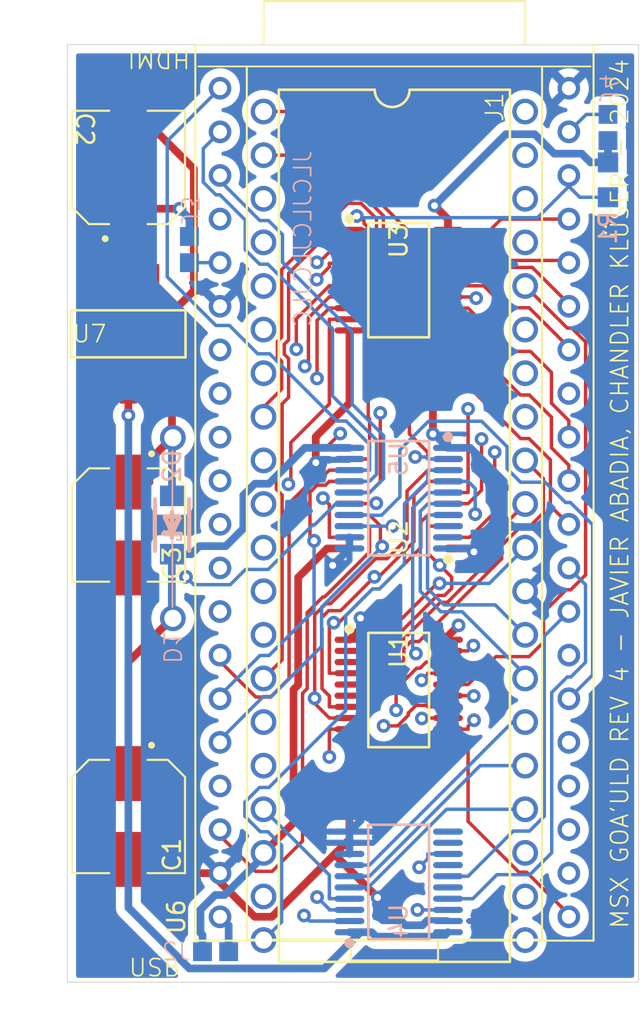
<source format=kicad_pcb>
(kicad_pcb (version 20240108) (generator "pcbnew") (generator_version "8.0")
  (title_block (date "2024-06-12"))
  (layers (0 "F.Cu" signal "Top") (1 "In1.Cu" signal) (2 "In2.Cu" signal) (31 "B.Cu" signal "Bottom") (34 "B.Paste" user) (35 "F.Paste" user) (36 "B.SilkS" user "B.Silkscreen") (37 "F.SilkS" user "F.Silkscreen") (38 "B.Mask" user) (39 "F.Mask" user) (44 "Edge.Cuts" user))
  (net 0 "")
  (net 1 "VCC_3V3")
  (net 2 "GND")
  (net 3 "VCC")
  (net 4 "VCC_4V7")
  (net 5 "M1")
  (net 6 "A5")
  (net 7 "D1")
  (net 8 "A15")
  (net 9 "D0")
  (net 10 "A13")
  (net 11 "D7")
  (net 12 "RESET")
  (net 13 "WR")
  (net 14 "D2")
  (net 15 "A2")
  (net 16 "RFSH")
  (net 17 "A3")
  (net 18 "A14")
  (net 19 "A7")
  (net 20 "WAIT")
  (net 21 "MERQ")
  (net 22 "D6")
  (net 23 "A12")
  (net 24 "A4")
  (net 25 "NMI")
  (net 26 "A6")
  (net 27 "A11")
  (net 28 "D4")
  (net 29 "D3")
  (net 30 "A10")
  (net 31 "INT")
  (net 32 "D5")
  (net 33 "IORQ")
  (net 34 "A0")
  (net 35 "BUSRQ")
  (net 36 "CLOCK")
  (net 37 "A9")
  (net 38 "A1")
  (net 39 "A8")
  (net 40 "RD")
  (net 42 "M1_33")
  (net 43 "RD_33")
  (net 44 "IORQ_33")
  (net 45 "MERQ_33")
  (net 46 "RFSH_33")
  (net 47 "WR_33")
  (net 50 "WAIT_33")
  (net 51 "CLOCK_33")
  (net 53 "RESET_33")
  (net 55 "INT_33")
  (net 57 "MP0_33")
  (net 58 "MP7_33")
  (net 59 "MP4_33")
  (net 60 "MSEL0_33")
  (net 61 "MP3_33")
  (net 62 "MP5_33")
  (net 63 "MP1_33")
  (net 64 "MP2_33")
  (net 65 "MP6_33")
  (net 66 "MSEL1_33")
  (net 67 "D3_33")
  (net 68 "D4_33")
  (net 69 "D6_33")
  (net 70 "D1_33")
  (net 71 "D5_33")
  (net 72 "D0_33")
  (net 73 "DATADIR_33")
  (net 74 "D7_33")
  (net 75 "D2_33")
  (net 76 "Net-(J4-Pad2)")
  (net 77 "Net-(J3-Pad1)")
  (net 78 "Net-(U6-5V)")
  (footprint "goauld-rev3:SMD_CAP_10V" (layer "F.Cu") (at 152.4 80.558 90)
    (property "Reference" "C2")
    (property "Value" "22u")
  )
  (footprint "goauld-rev3:AMS1117_3V3" (layer "F.Cu") (at 152.4 90.25 -90)
    (property "Reference" "U7")
    (property "Value" "AMS1117-3.3_C347222")
  )
  (footprint "goauld-rev3:TN20K" (layer "F.Cu") (at 178.059 124.206 180)
    (property "Reference" "U6")
    (property "Value" "Tang_Nano_20k")
  )
  (footprint "goauld-rev3:TSSOP-20" (layer "F.Cu") (at 168.148 110.998 -90)
    (property "Reference" "U1")
    (property "Value" "74AHCT373")
  )
  (footprint "goauld-rev3:TSSOP-20" (layer "F.Cu") (at 168.148 99.822 90)
    (property "Reference" "U2")
    (property "Value" "74AHCT373")
  )
  (footprint "goauld-rev3:SMD_CAP_10V" (layer "F.Cu") (at 152.4 118.364 -90)
    (property "Reference" "C1")
    (property "Value" "100u")
  )
  (footprint "goauld-rev3:SMD_CAP_10V" (layer "F.Cu") (at 152.4 101.386 -90)
    (property "Reference" "C3")
    (property "Value" "22u")
  )
  (footprint "goauld-rev3:Z80" (layer "F.Cu") (at 167.894 76.0329)
    (property "Reference" "J1")
    (property "Value" "Z80CPU")
  )
  (footprint "goauld-rev3:TSSOP-20" (layer "F.Cu") (at 168.148 87.122 -90)
    (property "Reference" "U3")
    (property "Value" "SN74LVC245AN")
  )
  (footprint "goauld-rev3:SCHOTKKY_THT" (layer "B.Cu") (at 154.9654 101.64 90)
    (property "Reference" "D1")
    (property "Value" "1N5817" (hide yes))
  )
  (footprint "goauld-rev3:schottky" (layer "B.Cu") (at 154.94 101.386 90)
    (property "Reference" "D2")
    (property "Value" "~")
  )
  (footprint "goauld-rev3:JUMPER" (layer "B.Cu") (at 155.956 85.344 90)
    (property "Reference" "J3")
    (property "Value" "~" (hide yes))
  )
  (footprint "goauld-rev3:TSSOP-20" (layer "B.Cu") (at 168.148 99.822 -90)
    (property "Reference" "U5")
    (property "Value" "SN74LVC245AN")
  )
  (footprint "goauld-rev3:TSSOP-20" (layer "B.Cu") (at 168.148 122.174 90)
    (property "Reference" "U4")
    (property "Value" "SN74LVC245AN")
  )
  (footprint "goauld-rev3:JUMPER" (layer "B.Cu") (at 157.48 126.238 180)
    (property "Reference" "J2")
    (property "Value" "~" (hide yes))
  )
  (footprint "goauld-rev3:JUMPER" (layer "B.Cu") (at 180.34 78.232 90)
    (property "Reference" "J4")
    (property "Value" "~" (hide yes))
  )
  (footprint "goauld-rev3:SMD_RES_2" (layer "B.Cu") (at 180.34 81.28 -90)
    (property "Reference" "R1")
    (property "Value" "10k")
  )
  (gr_rect (start 148.844 73.406) (end 182.118 128.016) (stroke (width 0.05)) (fill none) (layer "Edge.Cuts"))
  (gr_text "JLCJLCJLCJLC" (at 162.56 79.502 90) (layer "B.SilkS") (effects (font (size 1 1) (thickness 0.1)) (justify left mirror)))
  (gr_text "USB" (at 153.924 127.762 0) (layer "F.SilkS") (effects (font (size 1 1) (thickness 0.1)) (justify bottom)))
  (gr_text "HDMI" (at 154.178 73.66 180) (layer "F.SilkS") (effects (font (size 1 1) (thickness 0.1)) (justify bottom)))
  (gr_text "MSX GOA'ULD REV 4 - JAVIER ABADIA, CHANDLER KLÜSER - 2024" (at 181.61 124.968 90) (layer "F.SilkS") (effects (font (size 1 1) (thickness 0.1)) (justify left bottom)))
  (segment (start 152.4 83.058) (end 153.6267 83.058) (width 0.45) (layer "F.Cu") (net 1))
  (segment (start 153.6267 83.058) (end 153.7201 82.9646) (width 0.45) (layer "F.Cu") (net 1))
  (segment (start 152.4 95.0019) (end 152.4 93.08) (width 0.45) (layer "F.Cu") (net 1))
  (segment (start 153.7201 82.9646) (end 155.3864 82.9646) (width 0.45) (layer "F.Cu") (net 1))
  (segment (start 171.018 84.192) (end 171.018 83.5656) (width 0.45) (layer "F.Cu") (net 1))
  (segment (start 171.018 83.5656) (end 170.2337 82.7813) (width 0.45) (layer "F.Cu") (net 1))
  (via (at 170.2337 82.7813) (size 0.8) (drill 0.4) (layers "F.Cu" "B.Cu") (net 1))
  (via (at 155.3864 82.9646) (size 0.8) (drill 0.4) (layers "F.Cu" "B.Cu") (net 1))
  (via (at 152.4 95.0019) (size 0.8) (drill 0.4) (layers "F.Cu" "B.Cu") (net 1))
  (segment (start 179.8287 80.264) (end 180.122 79.9707) (width 0.45) (layer "B.Cu") (net 1))
  (segment (start 163.8157 127.2147) (end 155.9497 127.2147) (width 0.45) (layer "B.Cu") (net 1))
  (segment (start 165.9264 125.104) (end 166.5747 125.104) (width 0.45) (layer "B.Cu") (net 1))
  (segment (start 178.8093 79.756) (end 179.3173 80.264) (width 0.45) (layer "B.Cu") (net 1))
  (segment (start 155.9497 127.2147) (end 152.4 123.665) (width 0.45) (layer "B.Cu") (net 1))
  (segment (start 155.956 83.5342) (end 155.3864 82.9646) (width 0.45) (layer "B.Cu") (net 1))
  (segment (start 179.8287 80.264) (end 179.3173 80.264) (width 0.45) (layer "B.Cu") (net 1))
  (segment (start 165.278 125.104) (end 165.9264 125.104) (width 0.45) (layer "B.Cu") (net 1))
  (segment (start 174.3913 78.6237) (end 176.0756 78.6237) (width 0.45) (layer "B.Cu") (net 1))
  (segment (start 176.0756 78.6237) (end 177.2079 79.756) (width 0.45) (layer "B.Cu") (net 1))
  (segment (start 180.34 80.264) (end 179.8287 80.264) (width 0.45) (layer "B.Cu") (net 1))
  (segment (start 170.2337 82.7813) (end 174.3913 78.6237) (width 0.45) (layer "B.Cu") (net 1))
  (segment (start 155.956 84.582) (end 155.956 83.5342) (width 0.45) (layer "B.Cu") (net 1))
  (segment (start 152.4 123.665) (end 152.4 95.0019) (width 0.45) (layer "B.Cu") (net 1))
  (segment (start 166.5747 125.104) (end 166.8316 125.3609) (width 0.45) (layer "B.Cu") (net 1))
  (segment (start 170.7611 125.3609) (end 171.018 125.104) (width 0.45) (layer "B.Cu") (net 1))
  (segment (start 180.34 78.994) (end 180.34 79.9707) (width 0.45) (layer "B.Cu") (net 1))
  (segment (start 165.9264 125.104) (end 163.8157 127.2147) (width 0.45) (layer "B.Cu") (net 1))
  (segment (start 177.2079 79.756) (end 178.8093 79.756) (width 0.45) (layer "B.Cu") (net 1))
  (segment (start 180.122 79.9707) (end 180.34 79.9707) (width 0.45) (layer "B.Cu") (net 1))
  (segment (start 166.8316 125.3609) (end 170.7611 125.3609) (width 0.45) (layer "B.Cu") (net 1))
  (segment (start 157.739 121.666) (end 154.4287 121.666) (width 0.45) (layer "F.Cu") (net 2))
  (segment (start 156.2131 87.7381) (end 156.8311 87.7381) (width 0.45) (layer "F.Cu") (net 2))
  (segment (start 171.018 102.752) (end 172.3147 102.752) (width 0.45) (layer "F.Cu") (net 2))
  (segment (start 169.5492 85.1627) (end 169.8251 84.8868) (width 0.45) (layer "F.Cu") (net 2))
  (segment (start 151.1748 103.886) (end 151.1733 103.8875) (width 0.45) (layer "F.Cu") (net 2))
  (segment (start 169.5492 85.8748) (end 169.5492 85.1627) (width 0.45) (layer "F.Cu") (net 2))
  (segment (start 150.1 91.4183) (end 152.5329 91.4183) (width 0.45) (layer "F.Cu") (net 2))
  (segment (start 170.1409 96.0834) (end 170.1409 90.973) (width 0.45) (layer "F.Cu") (net 2))
  (segment (start 170.1409 90.973) (end 169.7228 90.5549) (width 0.45) (layer "F.Cu") (net 2))
  (segment (start 154.4287 121.666) (end 153.6267 120.864) (width 0.45) (layer "F.Cu") (net 2))
  (segment (start 151.1733 103.8875) (end 151.1733 120.864) (width 0.45) (layer "F.Cu") (net 2))
  (segment (start 163.3179 96.2392) (end 165.278 94.2791) (width 0.45) (layer "F.Cu") (net 2))
  (segment (start 169.8251 84.8868) (end 170.9732 84.8868) (width 0.3598) (layer "F.Cu") (net 2))
  (segment (start 165.278 119.6959) (end 165.278 113.928) (width 0.45) (layer "F.Cu") (net 2))
  (segment (start 165.278 94.2791) (end 165.278 90.052) (width 0.45) (layer "F.Cu") (net 2))
  (segment (start 171.018 96.892) (end 170.2094 96.0834) (width 0.45) (layer "F.Cu") (net 2))
  (segment (start 157.739 121.666) (end 157.739 122.1862) (width 0.45) (layer "F.Cu") (net 2))
  (segment (start 157.739 122.1862) (end 159.7577 124.2049) (width 0.45) (layer "F.Cu") (net 2))
  (segment (start 160.769 124.2049) (end 164.4047 120.5692) (width 0.45) (layer "F.Cu") (net 2))
  (segment (start 172.3147 102.752) (end 172.5132 102.9505) (width 0.45) (layer "F.Cu") (net 2))
  (segment (start 151.1748 103.886) (end 151.1733 103.886) (width 0.45) (layer "F.Cu") (net 2))
  (segment (start 156.8311 87.7381) (end 157.739 88.646) (width 0.45) (layer "F.Cu") (net 2))
  (segment (start 152.4 103.886) (end 151.3367 103.886) (width 0.45) (layer "F.Cu") (net 2))
  (segment (start 165.278 108.068) (end 165.9208 107.4252) (width 0.45) (layer "F.Cu") (net 2))
  (segment (start 152.4 78.058) (end 153.6267 78.058) (width 0.45) (layer "F.Cu") (net 2))
  (segment (start 172.5132 102.9505) (end 172.5291 102.9505) (width 0.45) (layer "F.Cu") (net 2))
  (segment (start 150.1 93.08) (end 150.1 91.4183) (width 0.45) (layer "F.Cu") (net 2))
  (segment (start 150.1 93.08) (end 150.1 94.7417) (width 0.45) (layer "F.Cu") (net 2))
  (segment (start 170.9732 84.8868) (end 171.018 84.842) (width 0.3598) (layer "F.Cu") (net 2))
  (segment (start 163.3179 97.7564) (end 163.3179 96.2392) (width 0.45) (layer "F.Cu") (net 2))
  (segment (start 151.3367 103.886) (end 151.1748 103.886) (width 0.45) (layer "F.Cu") (net 2))
  (segment (start 164.4047 120.5692) (end 165.278 119.6959) (width 0.45) (layer "F.Cu") (net 2))
  (segment (start 169.7228 86.0484) (end 169.5492 85.8748) (width 0.3598) (layer "F.Cu") (net 2))
  (segment (start 169.7228 90.5549) (end 169.7228 86.0484) (width 0.3598) (layer "F.Cu") (net 2))
  (segment (start 159.7577 124.2049) (end 160.769 124.2049) (width 0.45) (layer "F.Cu") (net 2))
  (segment (start 151.1733 103.886) (end 151.1733 95.815) (width 0.45) (layer "F.Cu") (net 2))
  (segment (start 156.2131 87.7381) (end 156.2131 80.6444) (width 0.45) (layer "F.Cu") (net 2))
  (segment (start 151.1733 95.815) (end 150.1 94.7417) (width 0.45) (layer "F.Cu") (net 2))
  (segment (start 164.4047 120.5692) (end 166.9163 123.0808) (width 0.45) (layer "F.Cu") (net 2))
  (segment (start 170.2094 96.0834) (end 170.1409 96.0834) (width 0.45) (layer "F.Cu") (net 2))
  (segment (start 152.5329 91.4183) (end 156.2131 87.7381) (width 0.45) (layer "F.Cu") (net 2))
  (segment (start 152.4 120.864) (end 151.1733 120.864) (width 0.45) (layer "F.Cu") (net 2))
  (segment (start 165.9208 107.4252) (end 165.9208 106.8079) (width 0.45) (layer "F.Cu") (net 2))
  (segment (start 152.4 120.864) (end 153.6267 120.864) (width 0.45) (layer "F.Cu") (net 2))
  (segment (start 156.2131 80.6444) (end 153.6267 78.058) (width 0.45) (layer "F.Cu") (net 2))
  (via (at 172.5291 102.9505) (size 0.8) (drill 0.4) (layers "F.Cu" "B.Cu") (net 2))
  (via (at 165.9208 106.8079) (size 0.8) (drill 0.4) (layers "F.Cu" "B.Cu") (net 2))
  (via (at 170.1409 96.0834) (size 0.8) (drill 0.4) (layers "F.Cu" "B.Cu") (net 2))
  (via (at 163.3179 97.7564) (size 0.8) (drill 0.4) (layers "F.Cu" "B.Cu") (net 2))
  (via (at 164.3015 103.7381) (size 0.8) (drill 0.4) (layers "F.Cu" "B.Cu") (net 2))
  (via (at 166.9163 123.0808) (size 0.8) (drill 0.4) (layers "F.Cu" "B.Cu") (net 2))
  (segment (start 169.8251 124.4092) (end 170.9732 124.4092) (width 0.3598) (layer "B.Cu") (net 2))
  (segment (start 165.278 119.244) (end 165.278 119.894) (width 0.45) (layer "B.Cu") (net 2))
  (segment (start 165.278 102.102) (end 165.278 102.752) (width 0.45) (layer "B.Cu") (net 2))
  (segment (start 171.018 96.892) (end 172.3147 96.892) (width 0.45) (layer "B.Cu") (net 2))
  (segment (start 174.273 98.8503) (end 174.273 101.5) (width 0.45) (layer "B.Cu") (net 2))
  (segment (start 168.534 124.6985) (end 169.5358 124.6985) (width 0.45) (layer "B.Cu") (net 2))
  (segment (start 176.0489 101.5) (end 174.273 101.5) (width 0.45) (layer "B.Cu") (net 2))
  (segment (start 164.0851 97.5868) (end 165.2332 97.5868) (width 0.3598) (layer "B.Cu") (net 2))
  (segment (start 171.018 102.752) (end 171.6438 102.752) (width 0.3598) (layer "B.Cu") (net 2))
  (segment (start 170.9732 124.4092) (end 171.018 124.454) (width 0.3598) (layer "B.Cu") (net 2))
  (segment (start 176.7263 104.0306) (end 176.7263 102.1774) (width 0.45) (layer "B.Cu") (net 2))
  (segment (start 165.278 119.894) (end 165.278 120.544) (width 0.45) (layer "B.Cu") (net 2))
  (segment (start 175.514 105.2429) (end 176.7263 104.0306) (width 0.45) (layer "B.Cu") (net 2))
  (segment (start 170.2094 96.0834) (end 170.1409 96.0834) (width 0.45) (layer "B.Cu") (net 2))
  (segment (start 165.9208 118.6012) (end 165.9208 106.8079) (width 0.45) (layer "B.Cu") (net 2))
  (segment (start 172.3147 96.892) (end 174.273 98.8503) (width 0.45) (layer "B.Cu") (net 2))
  (segment (start 166.9163 123.0808) (end 168.534 124.6985) (width 0.45) (layer "B.Cu") (net 2))
  (segment (start 172.3306 102.752) (end 172.5291 102.9505) (width 0.45) (layer "B.Cu") (net 2))
  (segment (start 163.3179 97.7564) (end 163.4875 97.5868) (width 0.45) (layer "B.Cu") (net 2))
  (segment (start 165.278 102.752) (end 165.278 102.7616) (width 0.45) (layer "B.Cu") (net 2))
  (segment (start 165.278 102.7616) (end 164.3015 103.7381) (width 0.45) (layer "B.Cu") (net 2))
  (segment (start 171.6438 102.752) (end 172.3306 102.752) (width 0.45) (layer "B.Cu") (net 2))
  (segment (start 169.5358 124.6985) (end 169.8251 124.4092) (width 0.45) (layer "B.Cu") (net 2))
  (segment (start 165.278 119.244) (end 165.9208 118.6012) (width 0.45) (layer "B.Cu") (net 2))
  (segment (start 172.8225 102.9505) (end 172.5291 102.9505) (width 0.45) (layer "B.Cu") (net 2))
  (segment (start 176.7263 102.1774) (end 176.0489 101.5) (width 0.45) (layer "B.Cu") (net 2))
  (segment (start 165.2332 97.5868) (end 165.278 97.542) (width 0.3598) (layer "B.Cu") (net 2))
  (segment (start 163.4875 97.5868) (end 164.0851 97.5868) (width 0.45) (layer "B.Cu") (net 2))
  (segment (start 174.273 101.5) (end 172.8225 102.9505) (width 0.45) (layer "B.Cu") (net 2))
  (segment (start 171.018 96.892) (end 170.2094 96.0834) (width 0.45) (layer "B.Cu") (net 2))
  (segment (start 154.7 93.08) (end 154.7 94.7417) (width 0.45) (layer "F.Cu") (net 3))
  (segment (start 152.4 98.886) (end 153.6267 98.886) (width 0.45) (layer "F.Cu") (net 3))
  (segment (start 153.6267 98.886) (end 153.6267 97.6193) (width 0.45) (layer "F.Cu") (net 3))
  (segment (start 153.6267 97.6193) (end 154.94 96.306) (width 0.45) (layer "F.Cu") (net 3))
  (segment (start 154.94 96.306) (end 154.94 94.9817) (width 0.45) (layer "F.Cu") (net 3))
  (segment (start 154.94 94.9817) (end 154.7 94.7417) (width 0.45) (layer "F.Cu") (net 3))
  (segment (start 154.94 99.686) (end 154.94 96.306) (width 0.45) (layer "B.Cu") (net 3))
  (segment (start 162.0203 110.9693) (end 162.0203 118.7366) (width 0.45) (layer "F.Cu") (net 4))
  (segment (start 154.94 106.8216) (end 152.4 109.3616) (width 0.45) (layer "F.Cu") (net 4))
  (segment (start 162.2906 110.699) (end 162.0203 110.9693) (width 0.45) (layer "F.Cu") (net 4))
  (segment (start 171.018 107.8483) (end 171.018 108.068) (width 0.45) (layer "F.Cu") (net 4))
  (segment (start 152.4 109.3616) (end 152.4 115.864) (width 0.45) (layer "F.Cu") (net 4))
  (segment (start 163.9813 102.752) (end 162.2906 104.4427) (width 0.45) (layer "F.Cu") (net 4))
  (segment (start 162.0203 118.7366) (end 160.274 120.4829) (width 0.45) (layer "F.Cu") (net 4))
  (segment (start 171.635 107.2313) (end 171.018 107.8483) (width 0.45) (layer "F.Cu") (net 4))
  (segment (start 165.278 102.752) (end 163.9813 102.752) (width 0.45) (layer "F.Cu") (net 4))
  (segment (start 162.2906 104.4427) (end 162.2906 110.699) (width 0.45) (layer "F.Cu") (net 4))
  (via (at 171.635 107.2313) (size 0.8) (drill 0.4) (layers "F.Cu" "B.Cu") (net 4))
  (segment (start 162.6767 96.892) (end 163.9813 96.892) (width 0.45) (layer "B.Cu") (net 4))
  (segment (start 158.0769 102.616) (end 159.0973 101.5956) (width 0.45) (layer "B.Cu") (net 4))
  (segment (start 154.9296 106.8112) (end 154.94 106.8216) (width 0.45) (layer "B.Cu") (net 4))
  (segment (start 156.6024 123.7918) (end 156.6024 125.1457) (width 0.45) (layer "B.Cu") (net 4))
  (segment (start 160.274 120.4829) (end 160.274 120.674) (width 0.45) (layer "B.Cu") (net 4))
  (segment (start 157.4582 122.936) (end 156.6024 123.7918) (width 0.45) (layer "B.Cu") (net 4))
  (segment (start 156.718 126.238) (end 156.718 125.2613) (width 0.45) (layer "B.Cu") (net 4))
  (segment (start 156.6024 125.1457) (end 156.718 125.2613) (width 0.45) (layer "B.Cu") (net 4))
  (segment (start 158.012 122.936) (end 157.4582 122.936) (width 0.45) (layer "B.Cu") (net 4))
  (segment (start 159.0973 101.5956) (end 159.0973 99.6537) (width 0.45) (layer "B.Cu") (net 4))
  (segment (start 154.94 103.086) (end 156.0667 103.086) (width 0.45) (layer "B.Cu") (net 4))
  (segment (start 160.274 120.674) (end 158.012 122.936) (width 0.45) (layer "B.Cu") (net 4))
  (segment (start 159.7695 98.9815) (end 160.5872 98.9815) (width 0.45) (layer "B.Cu") (net 4))
  (segment (start 154.94 103.086) (end 154.9296 103.0964) (width 0.45) (layer "B.Cu") (net 4))
  (segment (start 156.5367 102.616) (end 158.0769 102.616) (width 0.45) (layer "B.Cu") (net 4))
  (segment (start 154.9296 103.0964) (end 154.9296 106.8112) (width 0.45) (layer "B.Cu") (net 4))
  (segment (start 156.0667 103.086) (end 156.5367 102.616) (width 0.45) (layer "B.Cu") (net 4))
  (segment (start 160.5872 98.9815) (end 162.6767 96.892) (width 0.45) (layer "B.Cu") (net 4))
  (segment (start 165.278 96.892) (end 163.9813 96.892) (width 0.45) (layer "B.Cu") (net 4))
  (segment (start 159.0973 99.6537) (end 159.7695 98.9815) (width 0.45) (layer "B.Cu") (net 4))
  (segment (start 171.018 100.152) (end 169.8463 100.152) (width 0.2) (layer "B.Cu") (net 5))
  (segment (start 169.4039 105.2394) (end 169.4039 100.5944) (width 0.2) (layer "B.Cu") (net 5))
  (segment (start 170.6053 106.4408) (end 169.4039 105.2394) (width 0.2) (layer "B.Cu") (net 5))
  (segment (start 171.8557 106.4408) (end 170.6053 106.4408) (width 0.2) (layer "B.Cu") (net 5))
  (segment (start 175.514 110.3229) (end 175.514 110.0991) (width 0.2) (layer "B.Cu") (net 5))
  (segment (start 175.514 110.0991) (end 171.8557 106.4408) (width 0.2) (layer "B.Cu") (net 5))
  (segment (start 169.4039 100.5944) (end 169.8463 100.152) (width 0.2) (layer "B.Cu") (net 5))
  (segment (start 172.2084 111.3467) (end 172.5219 111.3467) (width 0.2) (layer "F.Cu") (net 6))
  (segment (start 171.018 111.328) (end 172.1897 111.328) (width 0.2) (layer "F.Cu") (net 6))
  (segment (start 172.1897 111.328) (end 172.2084 111.3467) (width 0.2) (layer "F.Cu") (net 6))
  (via (at 172.5219 111.3467) (size 0.8) (drill 0.4) (layers "F.Cu" "B.Cu") (net 6))
  (segment (start 163.5117 86.0866) (end 163.3798 86.0866) (width 0.2) (layer "F.Cu") (net 7))
  (segment (start 165.278 85.492) (end 164.1063 85.492) (width 0.2) (layer "F.Cu") (net 7))
  (segment (start 164.1063 85.492) (end 163.5117 86.0866) (width 0.2) (layer "F.Cu") (net 7))
  (via (at 163.3798 86.0866) (size 0.8) (drill 0.4) (layers "F.Cu" "B.Cu") (net 7))
  (segment (start 164.1063 100.1925) (end 163.733 99.8192) (width 0.2) (layer "F.Cu") (net 8))
  (segment (start 165.278 102.102) (end 164.1063 102.102) (width 0.2) (layer "F.Cu") (net 8))
  (segment (start 164.1063 102.102) (end 164.1063 100.1925) (width 0.2) (layer "F.Cu") (net 8))
  (via (at 163.733 99.8192) (size 0.8) (drill 0.4) (layers "F.Cu" "B.Cu") (net 8))
  (segment (start 161.3569 98.3886) (end 161.022 98.7235) (width 0.2) (layer "F.Cu") (net 9))
  (segment (start 165.278 84.842) (end 163.6182 84.842) (width 0.2) (layer "F.Cu") (net 9))
  (segment (start 161.3569 94.3298) (end 161.3569 98.3886) (width 0.2) (layer "F.Cu") (net 9))
  (segment (start 161.3569 99.6394) (end 161.3569 109.24) (width 0.2) (layer "F.Cu") (net 9))
  (segment (start 161.7349 86.7253) (end 161.7349 90.6058) (width 0.2) (layer "F.Cu") (net 9))
  (segment (start 161.7349 93.9518) (end 161.3569 94.3298) (width 0.2) (layer "F.Cu") (net 9))
  (segment (start 161.481 90.8597) (end 161.481 91.4407) (width 0.2) (layer "F.Cu") (net 9))
  (segment (start 161.022 99.3045) (end 161.3569 99.6394) (width 0.2) (layer "F.Cu") (net 9))
  (segment (start 161.3569 109.24) (end 160.274 110.3229) (width 0.2) (layer "F.Cu") (net 9))
  (segment (start 163.6182 84.842) (end 161.7349 86.7253) (width 0.2) (layer "F.Cu") (net 9))
  (segment (start 161.022 98.7235) (end 161.022 99.3045) (width 0.2) (layer "F.Cu") (net 9))
  (segment (start 161.7349 91.6946) (end 161.7349 93.9518) (width 0.2) (layer "F.Cu") (net 9))
  (segment (start 161.7349 90.6058) (end 161.481 90.8597) (width 0.2) (layer "F.Cu") (net 9))
  (segment (start 161.481 91.4407) (end 161.7349 91.6946) (width 0.2) (layer "F.Cu") (net 9))
  (segment (start 166.4497 99.492) (end 167.0734 98.8683) (width 0.2) (layer "F.Cu") (net 10))
  (segment (start 167.0734 98.8683) (end 167.0734 94.8569) (width 0.2) (layer "F.Cu") (net 10))
  (segment (start 165.278 99.492) (end 166.4497 99.492) (width 0.2) (layer "F.Cu") (net 10))
  (via (at 167.0734 94.8569) (size 0.8) (drill 0.4) (layers "F.Cu" "B.Cu") (net 10))
  (segment (start 161.8645 98.8732) (end 161.7237 99.014) (width 0.2) (layer "F.Cu") (net 11))
  (segment (start 164.1063 89.402) (end 164.1063 94.3387) (width 0.2) (layer "F.Cu") (net 11))
  (segment (start 164.1063 94.3387) (end 161.8645 96.5805) (width 0.2) (layer "F.Cu") (net 11))
  (segment (start 161.8645 96.5805) (end 161.8645 98.8732) (width 0.2) (layer "F.Cu") (net 11))
  (segment (start 165.278 89.402) (end 164.1063 89.402) (width 0.2) (layer "F.Cu") (net 11))
  (via (at 161.7237 99.014) (size 0.8) (drill 0.4) (layers "F.Cu" "B.Cu") (net 11))
  (segment (start 166.4497 121.194) (end 174.7808 112.8629) (width 0.2) (layer "B.Cu") (net 12))
  (segment (start 174.7808 112.8629) (end 175.514 112.8629) (width 0.2) (layer "B.Cu") (net 12))
  (segment (start 165.278 121.194) (end 166.4497 121.194) (width 0.2) (layer "B.Cu") (net 12))
  (via (at 169.1504 108.8762) (size 0.8) (drill 0.4) (layers "F.Cu" "B.Cu") (net 13))
  (segment (start 168.9615 100.3868) (end 168.9615 108.6873) (width 0.2) (layer "B.Cu") (net 13))
  (segment (start 169.8463 99.502) (end 168.9615 100.3868) (width 0.2) (layer "B.Cu") (net 13))
  (segment (start 171.018 99.502) (end 169.8463 99.502) (width 0.2) (layer "B.Cu") (net 13))
  (segment (start 168.9615 108.6873) (end 169.1504 108.8762) (width 0.2) (layer "B.Cu") (net 13))
  (segment (start 164.1063 86.142) (end 164.1063 86.3563) (width 0.2) (layer "F.Cu") (net 14))
  (segment (start 165.278 86.142) (end 164.1063 86.142) (width 0.2) (layer "F.Cu") (net 14))
  (segment (start 164.1063 86.3563) (end 163.3742 87.0884) (width 0.2) (layer "F.Cu") (net 14))
  (via (at 163.3742 87.0884) (size 0.8) (drill 0.4) (layers "F.Cu" "B.Cu") (net 14))
  (segment (start 168.4469 109.3308) (end 168.4469 108.5872) (width 0.2) (layer "F.Cu") (net 15))
  (segment (start 175.2945 101.4329) (end 175.8159 101.4329) (width 0.2) (layer "F.Cu") (net 15))
  (segment (start 168.4469 108.5872) (end 168.8614 108.1727) (width 0.2) (layer "F.Cu") (net 15))
  (segment (start 174.1477 103.3484) (end 174.1477 102.5797) (width 0.2) (layer "F.Cu") (net 15))
  (segment (start 176.5744 98.6833) (end 175.514 97.6229) (width 0.2) (layer "F.Cu") (net 15))
  (segment (start 169.3234 108.1727) (end 174.1477 103.3484) (width 0.2) (layer "F.Cu") (net 15))
  (segment (start 165.278 111.328) (end 166.4497 111.328) (width 0.2) (layer "F.Cu") (net 15))
  (segment (start 168.8614 108.1727) (end 169.3234 108.1727) (width 0.2) (layer "F.Cu") (net 15))
  (segment (start 174.1477 102.5797) (end 175.2945 101.4329) (width 0.2) (layer "F.Cu") (net 15))
  (segment (start 176.5744 100.6744) (end 176.5744 98.6833) (width 0.2) (layer "F.Cu") (net 15))
  (segment (start 166.4497 111.328) (end 168.4469 109.3308) (width 0.2) (layer "F.Cu") (net 15))
  (segment (start 175.8159 101.4329) (end 176.5744 100.6744) (width 0.2) (layer "F.Cu") (net 15))
  (segment (start 169.8279 105.0825) (end 170.7845 106.0391) (width 0.2) (layer "B.Cu") (net 16))
  (segment (start 170.7845 106.0391) (end 173.7702 106.0391) (width 0.2) (layer "B.Cu") (net 16))
  (segment (start 169.8463 100.802) (end 169.8279 100.8204) (width 0.2) (layer "B.Cu") (net 16))
  (segment (start 173.7702 106.0391) (end 175.514 107.7829) (width 0.2) (layer "B.Cu") (net 16))
  (segment (start 169.8279 100.8204) (end 169.8279 105.0825) (width 0.2) (layer "B.Cu") (net 16))
  (segment (start 171.018 100.802) (end 169.8463 100.802) (width 0.2) (layer "B.Cu") (net 16))
  (segment (start 164.1063 113.278) (end 164.1063 114.8954) (width 0.2) (layer "F.Cu") (net 17))
  (segment (start 165.278 113.278) (end 164.1063 113.278) (width 0.2) (layer "F.Cu") (net 17))
  (via (at 164.1063 114.8954) (size 0.8) (drill 0.4) (layers "F.Cu" "B.Cu") (net 17))
  (segment (start 166.4497 100.142) (end 166.4765 100.1152) (width 0.2) (layer "F.Cu") (net 18))
  (segment (start 165.278 100.142) (end 166.4497 100.142) (width 0.2) (layer "F.Cu") (net 18))
  (segment (start 166.4765 100.1152) (end 166.8401 100.1152) (width 0.2) (layer "F.Cu") (net 18))
  (via (at 166.8401 100.1152) (size 0.8) (drill 0.4) (layers "F.Cu" "B.Cu") (net 18))
  (segment (start 172.1897 108.718) (end 172.4991 108.4086) (width 0.2) (layer "F.Cu") (net 19))
  (segment (start 171.018 108.718) (end 172.1897 108.718) (width 0.2) (layer "F.Cu") (net 19))
  (via (at 172.4991 108.4086) (size 0.8) (drill 0.4) (layers "F.Cu" "B.Cu") (net 19))
  (segment (start 166.4497 122.4266) (end 166.4497 122.494) (width 0.2) (layer "B.Cu") (net 20))
  (segment (start 165.278 122.494) (end 166.4497 122.494) (width 0.2) (layer "B.Cu") (net 20))
  (segment (start 175.514 117.9429) (end 170.9334 117.9429) (width 0.2) (layer "B.Cu") (net 20))
  (segment (start 170.9334 117.9429) (end 166.4497 122.4266) (width 0.2) (layer "B.Cu") (net 20))
  (via (at 169.1079 97.424) (size 0.8) (drill 0.4) (layers "F.Cu" "B.Cu") (net 21))
  (segment (start 169.7283 97.424) (end 169.8463 97.542) (width 0.2) (layer "B.Cu") (net 21))
  (segment (start 171.018 97.542) (end 169.8463 97.542) (width 0.2) (layer "B.Cu") (net 21))
  (segment (start 169.1079 97.424) (end 169.7283 97.424) (width 0.2) (layer "B.Cu") (net 21))
  (segment (start 163.3906 89.4677) (end 164.1063 88.752) (width 0.2) (layer "F.Cu") (net 22))
  (segment (start 163.3906 92.8492) (end 163.3906 89.4677) (width 0.2) (layer "F.Cu") (net 22))
  (segment (start 165.278 88.752) (end 164.1063 88.752) (width 0.2) (layer "F.Cu") (net 22))
  (via (at 163.3906 92.8492) (size 0.8) (drill 0.4) (layers "F.Cu" "B.Cu") (net 22))
  (segment (start 167.2535 93.0447) (end 166.3717 93.9265) (width 0.2) (layer "F.Cu") (net 23))
  (segment (start 166.3717 93.9265) (end 166.3717 95.1474) (width 0.2) (layer "F.Cu") (net 23))
  (segment (start 166.3717 95.1474) (end 166.4497 95.2254) (width 0.2) (layer "F.Cu") (net 23))
  (segment (start 166.4497 95.2254) (end 166.4497 97.542) (width 0.2) (layer "F.Cu") (net 23))
  (segment (start 165.278 97.542) (end 166.4497 97.542) (width 0.2) (layer "F.Cu") (net 23))
  (segment (start 167.2535 83.3697) (end 167.2535 93.0447) (width 0.2) (layer "F.Cu") (net 23))
  (segment (start 160.274 79.8429) (end 163.7267 79.8429) (width 0.2) (layer "F.Cu") (net 23))
  (segment (start 163.7267 79.8429) (end 167.2535 83.3697) (width 0.2) (layer "F.Cu") (net 23))
  (segment (start 172.1897 113.1005) (end 172.1897 113.278) (width 0.2) (layer "F.Cu") (net 24))
  (segment (start 172.5358 112.7544) (end 172.1897 113.1005) (width 0.2) (layer "F.Cu") (net 24))
  (segment (start 171.018 113.278) (end 172.1897 113.278) (width 0.2) (layer "F.Cu") (net 24))
  (via (at 172.5358 112.7544) (size 0.8) (drill 0.4) (layers "F.Cu" "B.Cu") (net 24))
  (segment (start 160.274 117.9429) (end 164.1063 121.7752) (width 0.2) (layer "B.Cu") (net 25))
  (segment (start 164.1063 121.7752) (end 164.1063 123.154) (width 0.2) (layer "B.Cu") (net 25))
  (segment (start 165.278 123.154) (end 164.1063 123.154) (width 0.2) (layer "B.Cu") (net 25))
  (segment (start 177.9039 105.156) (end 178.1724 105.156) (width 0.2) (layer "F.Cu") (net 26))
  (segment (start 179.0361 104.2923) (end 179.0361 90.7219) (width 0.2) (layer "F.Cu") (net 26))
  (segment (start 178.2302 89.916) (end 177.9671 89.916) (width 0.2) (layer "F.Cu") (net 26))
  (segment (start 177.9671 89.916) (end 175.514 87.4629) (width 0.2) (layer "F.Cu") (net 26))
  (segment (start 171.018 110.678) (end 172.1897 110.678) (width 0.2) (layer "F.Cu") (net 26))
  (segment (start 179.0361 90.7219) (end 178.2302 89.916) (width 0.2) (layer "F.Cu") (net 26))
  (segment (start 178.1724 105.156) (end 179.0361 104.2923) (width 0.2) (layer "F.Cu") (net 26))
  (segment (start 176.5847 106.4752) (end 177.9039 105.156) (width 0.2) (layer "F.Cu") (net 26))
  (segment (start 176.5847 108.2121) (end 176.5847 106.4752) (width 0.2) (layer "F.Cu") (net 26))
  (segment (start 175.7439 109.0529) (end 176.5847 108.2121) (width 0.2) (layer "F.Cu") (net 26))
  (segment (start 172.1897 110.678) (end 173.8148 109.0529) (width 0.2) (layer "F.Cu") (net 26))
  (segment (start 173.8148 109.0529) (end 175.7439 109.0529) (width 0.2) (layer "F.Cu") (net 26))
  (segment (start 169.8463 97.1592) (end 168.7691 96.082) (width 0.2) (layer "F.Cu") (net 27))
  (segment (start 168.7691 96.082) (end 168.7691 84.317) (width 0.2) (layer "F.Cu") (net 27))
  (segment (start 169.8463 97.542) (end 169.8463 97.1592) (width 0.2) (layer "F.Cu") (net 27))
  (segment (start 171.018 97.542) (end 169.8463 97.542) (width 0.2) (layer "F.Cu") (net 27))
  (segment (start 168.7691 84.317) (end 161.755 77.3029) (width 0.2) (layer "F.Cu") (net 27))
  (segment (start 161.755 77.3029) (end 160.274 77.3029) (width 0.2) (layer "F.Cu") (net 27))
  (segment (start 162.1827 89.3756) (end 162.1827 91.1502) (width 0.2) (layer "F.Cu") (net 28))
  (segment (start 164.1063 87.452) (end 162.1827 89.3756) (width 0.2) (layer "F.Cu") (net 28))
  (segment (start 165.278 87.452) (end 164.1063 87.452) (width 0.2) (layer "F.Cu") (net 28))
  (via (at 162.1827 91.1502) (size 0.8) (drill 0.4) (layers "F.Cu" "B.Cu") (net 28))
  (segment (start 161.3332 90.4395) (end 161.0793 90.6934) (width 0.2) (layer "F.Cu") (net 29))
  (segment (start 165.9602 82.6503) (end 165.1886 82.6503) (width 0.2) (layer "F.Cu") (net 29))
  (segment (start 161.3332 91.8609) (end 161.3332 93.4686) (width 0.2) (layer "F.Cu") (net 29))
  (segment (start 161.3332 86.5057) (end 161.3332 90.4395) (width 0.2) (layer "F.Cu") (net 29))
  (segment (start 161.0793 91.607) (end 161.3332 91.8609) (width 0.2) (layer "F.Cu") (net 29))
  (segment (start 166.8514 83.5415) (end 165.9602 82.6503) (width 0.2) (layer "F.Cu") (net 29))
  (segment (start 161.0793 90.6934) (end 161.0793 91.607) (width 0.2) (layer "F.Cu") (net 29))
  (segment (start 166.8514 86.4003) (end 166.8514 83.5415) (width 0.2) (layer "F.Cu") (net 29))
  (segment (start 166.4497 86.802) (end 166.8514 86.4003) (width 0.2) (layer "F.Cu") (net 29))
  (segment (start 161.3332 93.4686) (end 160.274 94.5278) (width 0.2) (layer "F.Cu") (net 29))
  (segment (start 165.278 86.802) (end 166.4497 86.802) (width 0.2) (layer "F.Cu") (net 29))
  (segment (start 165.1886 82.6503) (end 161.3332 86.5057) (width 0.2) (layer "F.Cu") (net 29))
  (segment (start 160.274 94.5278) (end 160.274 95.0829) (width 0.2) (layer "F.Cu") (net 29))
  (segment (start 172.1897 94.6226) (end 172.1897 99.492) (width 0.2) (layer "F.Cu") (net 30))
  (segment (start 171.018 99.492) (end 172.1897 99.492) (width 0.2) (layer "F.Cu") (net 30))
  (via (at 172.1897 94.6226) (size 0.8) (drill 0.4) (layers "F.Cu" "B.Cu") (net 30))
  (via (at 163.3932 123.0577) (size 0.8) (drill 0.4) (layers "F.Cu" "B.Cu") (net 31))
  (segment (start 165.278 123.804) (end 164.1063 123.804) (width 0.2) (layer "B.Cu") (net 31))
  (segment (start 164.1063 123.804) (end 164.1063 123.7708) (width 0.2) (layer "B.Cu") (net 31))
  (segment (start 164.1063 123.7708) (end 163.3932 123.0577) (width 0.2) (layer "B.Cu") (net 31))
  (segment (start 162.8888 91.9302) (end 162.8888 89.3195) (width 0.2) (layer "F.Cu") (net 32))
  (segment (start 162.8888 89.3195) (end 164.1063 88.102) (width 0.2) (layer "F.Cu") (net 32))
  (segment (start 162.6773 92.1417) (end 162.8888 91.9302) (width 0.2) (layer "F.Cu") (net 32))
  (segment (start 165.278 88.102) (end 164.1063 88.102) (width 0.2) (layer "F.Cu") (net 32))
  (via (at 162.6773 92.1417) (size 0.8) (drill 0.4) (layers "F.Cu" "B.Cu") (net 32))
  (segment (start 160.5904 116.6729) (end 160.0421 116.6729) (width 0.2) (layer "B.Cu") (net 33))
  (segment (start 168.4851 100.1541) (end 168.4851 103.6494) (width 0.2) (layer "B.Cu") (net 33))
  (segment (start 159.1867 118.347) (end 160.092 119.2523) (width 0.2) (layer "B.Cu") (net 33))
  (segment (start 160.092 119.2523) (end 160.5308 119.2523) (width 0.2) (layer "B.Cu") (net 33))
  (segment (start 167.0253 105.1092) (end 166.6193 105.1092) (width 0.2) (layer "B.Cu") (net 33))
  (segment (start 171.018 98.192) (end 169.8463 98.192) (width 0.2) (layer "B.Cu") (net 33))
  (segment (start 169.8463 98.192) (end 169.8463 98.7929) (width 0.2) (layer "B.Cu") (net 33))
  (segment (start 159.1867 117.5283) (end 159.1867 118.347) (width 0.2) (layer "B.Cu") (net 33))
  (segment (start 165.0606 112.2027) (end 160.5904 116.6729) (width 0.2) (layer "B.Cu") (net 33))
  (segment (start 166.6193 105.1092) (end 165.0606 106.6679) (width 0.2) (layer "B.Cu") (net 33))
  (segment (start 161.3296 120.0511) (end 161.3296 124.5073) (width 0.2) (layer "B.Cu") (net 33))
  (segment (start 169.8463 98.7929) (end 168.4851 100.1541) (width 0.2) (layer "B.Cu") (net 33))
  (segment (start 161.3296 124.5073) (end 160.274 125.5629) (width 0.2) (layer "B.Cu") (net 33))
  (segment (start 165.0606 106.6679) (end 165.0606 112.2027) (width 0.2) (layer "B.Cu") (net 33))
  (segment (start 160.5308 119.2523) (end 161.3296 120.0511) (width 0.2) (layer "B.Cu") (net 33))
  (segment (start 168.4851 103.6494) (end 167.0253 105.1092) (width 0.2) (layer "B.Cu") (net 33))
  (segment (start 160.0421 116.6729) (end 159.1867 117.5283) (width 0.2) (layer "B.Cu") (net 33))
  (segment (start 170.3824 104.7853) (end 170.5296 104.7853) (width 0.2) (layer "F.Cu") (net 34))
  (segment (start 166.4497 108.718) (end 170.3824 104.7853) (width 0.2) (layer "F.Cu") (net 34))
  (segment (start 165.278 108.718) (end 166.4497 108.718) (width 0.2) (layer "F.Cu") (net 34))
  (via (at 170.5296 104.7853) (size 0.8) (drill 0.4) (layers "F.Cu" "B.Cu") (net 34))
  (segment (start 175.514 102.7029) (end 173.4316 104.7853) (width 0.2) (layer "B.Cu") (net 34))
  (segment (start 173.4316 104.7853) (end 170.5296 104.7853) (width 0.2) (layer "B.Cu") (net 34))
  (segment (start 165.278 121.844) (end 166.4497 121.844) (width 0.2) (layer "B.Cu") (net 35))
  (segment (start 175.514 115.4029) (end 172.8908 115.4029) (width 0.2) (layer "B.Cu") (net 35))
  (segment (start 172.8908 115.4029) (end 166.4497 121.844) (width 0.2) (layer "B.Cu") (net 35))
  (via (at 162.6313 124.1306) (size 0.8) (drill 0.4) (layers "F.Cu" "B.Cu") (net 36))
  (segment (start 164.1063 124.454) (end 162.9547 124.454) (width 0.2) (layer "B.Cu") (net 36))
  (segment (start 162.9547 124.454) (end 162.6313 124.1306) (width 0.2) (layer "B.Cu") (net 36))
  (segment (start 165.278 124.454) (end 164.1063 124.454) (width 0.2) (layer "B.Cu") (net 36))
  (segment (start 172.1897 100.142) (end 172.9747 99.357) (width 0.2) (layer "F.Cu") (net 37))
  (segment (start 171.018 100.142) (end 172.1897 100.142) (width 0.2) (layer "F.Cu") (net 37))
  (segment (start 172.9747 99.357) (end 172.9747 96.3788) (width 0.2) (layer "F.Cu") (net 37))
  (via (at 172.9747 96.3788) (size 0.8) (drill 0.4) (layers "F.Cu" "B.Cu") (net 37))
  (segment (start 170.99 105.8888) (end 173.746 103.1328) (width 0.2) (layer "F.Cu") (net 38))
  (segment (start 166.4497 110.678) (end 166.4497 110.0152) (width 0.2) (layer "F.Cu") (net 38))
  (segment (start 170.5761 105.8888) (end 170.99 105.8888) (width 0.2) (layer "F.Cu") (net 38))
  (segment (start 165.278 110.678) (end 166.4497 110.678) (width 0.2) (layer "F.Cu") (net 38))
  (segment (start 173.746 101.9309) (end 175.514 100.1629) (width 0.2) (layer "F.Cu") (net 38))
  (segment (start 173.746 103.1328) (end 173.746 101.9309) (width 0.2) (layer "F.Cu") (net 38))
  (segment (start 166.4497 110.0152) (end 170.5761 105.8888) (width 0.2) (layer "F.Cu") (net 38))
  (segment (start 173.7412 100.6431) (end 173.7412 97.1387) (width 0.2) (layer "F.Cu") (net 39))
  (segment (start 171.018 102.102) (end 172.1897 102.102) (width 0.2) (layer "F.Cu") (net 39))
  (segment (start 172.1897 102.102) (end 172.2823 102.102) (width 0.2) (layer "F.Cu") (net 39))
  (segment (start 172.2823 102.102) (end 173.7412 100.6431) (width 0.2) (layer "F.Cu") (net 39))
  (via (at 173.7412 97.1387) (size 0.8) (drill 0.4) (layers "F.Cu" "B.Cu") (net 39))
  (via (at 172.6042 100.7525) (size 0.8) (drill 0.4) (layers "F.Cu" "B.Cu") (net 40))
  (segment (start 172.6042 99.2565) (end 172.1897 98.842) (width 0.2) (layer "B.Cu") (net 40))
  (segment (start 172.6042 100.7525) (end 172.6042 99.2565) (width 0.2) (layer "B.Cu") (net 40))
  (segment (start 171.018 98.842) (end 172.1897 98.842) (width 0.2) (layer "B.Cu") (net 40))
  (segment (start 174.4623 96.8252) (end 172.9785 95.3414) (width 0.2) (layer "B.Cu") (net 42))
  (segment (start 176.6813 98.8929) (end 175.2423 98.8929) (width 0.2) (layer "B.Cu") (net 42))
  (segment (start 168.2185 97.0096) (end 168.2185 99.7496) (width 0.2) (layer "B.Cu") (net 42))
  (segment (start 167.1512 100.8169) (end 166.4646 100.8169) (width 0.2) (layer "B.Cu") (net 42))
  (segment (start 166.4646 100.8169) (end 166.4497 100.802) (width 0.2) (layer "B.Cu") (net 42))
  (segment (start 178.1532 100.076) (end 177.8644 100.076) (width 0.2) (layer "B.Cu") (net 42))
  (segment (start 169.8867 95.3414) (end 168.2185 97.0096) (width 0.2) (layer "B.Cu") (net 42))
  (segment (start 179.4445 101.3673) (end 178.1532 100.076) (width 0.2) (layer "B.Cu") (net 42))
  (segment (start 174.4623 98.1129) (end 174.4623 96.8252) (width 0.2) (layer "B.Cu") (net 42))
  (segment (start 178.059 111.506) (end 179.4445 110.1205) (width 0.2) (layer "B.Cu") (net 42))
  (segment (start 177.8644 100.076) (end 176.6813 98.8929) (width 0.2) (layer "B.Cu") (net 42))
  (segment (start 175.2423 98.8929) (end 174.4623 98.1129) (width 0.2) (layer "B.Cu") (net 42))
  (segment (start 179.4445 110.1205) (end 179.4445 101.3673) (width 0.2) (layer "B.Cu") (net 42))
  (segment (start 172.9785 95.3414) (end 169.8867 95.3414) (width 0.2) (layer "B.Cu") (net 42))
  (segment (start 165.278 100.802) (end 166.4497 100.802) (width 0.2) (layer "B.Cu") (net 42))
  (segment (start 168.2185 99.7496) (end 167.1512 100.8169) (width 0.2) (layer "B.Cu") (net 42))
  (segment (start 165.278 99.502) (end 166.4497 99.502) (width 0.2) (layer "B.Cu") (net 43))
  (segment (start 167.2683 96.1776) (end 165.4374 94.3467) (width 0.2) (layer "B.Cu") (net 43))
  (segment (start 160.056 83.6529) (end 157.739 81.3359) (width 0.2) (layer "B.Cu") (net 43))
  (segment (start 157.739 81.3359) (end 157.739 81.026) (width 0.2) (layer "B.Cu") (net 43))
  (segment (start 166.4497 99.502) (end 167.2683 98.6834) (width 0.2) (layer "B.Cu") (net 43))
  (segment (start 160.5642 83.6529) (end 160.056 83.6529) (width 0.2) (layer "B.Cu") (net 43))
  (segment (start 167.2683 98.6834) (end 167.2683 96.1776) (width 0.2) (layer "B.Cu") (net 43))
  (segment (start 165.4374 94.3467) (end 165.4374 90.1452) (width 0.2) (layer "B.Cu") (net 43))
  (segment (start 161.3791 84.4678) (end 160.5642 83.6529) (width 0.2) (layer "B.Cu") (net 43))
  (segment (start 165.4374 90.1452) (end 161.3791 86.0869) (width 0.2) (layer "B.Cu") (net 43))
  (segment (start 161.3791 86.0869) (end 161.3791 84.4678) (width 0.2) (layer "B.Cu") (net 43))
  (segment (start 165.278 98.842) (end 166.4497 98.842) (width 0.2) (layer "B.Cu") (net 44))
  (segment (start 160.0464 86.1929) (end 159.2084 85.3549) (width 0.2) (layer "B.Cu") (net 44))
  (segment (start 166.4497 98.842) (end 166.8525 98.4392) (width 0.2) (layer "B.Cu") (net 44))
  (segment (start 157.5001 82.1544) (end 156.7606 81.4149) (width 0.2) (layer "B.Cu") (net 44))
  (segment (start 159.2084 83.6244) (end 157.7384 82.1544) (width 0.2) (layer "B.Cu") (net 44))
  (segment (start 156.7606 79.4644) (end 157.739 78.486) (width 0.2) (layer "B.Cu") (net 44))
  (segment (start 164.2919 89.9543) (end 160.5305 86.1929) (width 0.2) (layer "B.Cu") (net 44))
  (segment (start 159.2084 85.3549) (end 159.2084 83.6244) (width 0.2) (layer "B.Cu") (net 44))
  (segment (start 166.8525 96.4274) (end 164.2919 93.8668) (width 0.2) (layer "B.Cu") (net 44))
  (segment (start 164.2919 93.8668) (end 164.2919 89.9543) (width 0.2) (layer "B.Cu") (net 44))
  (segment (start 160.5305 86.1929) (end 160.0464 86.1929) (width 0.2) (layer "B.Cu") (net 44))
  (segment (start 166.8525 98.4392) (end 166.8525 96.4274) (width 0.2) (layer "B.Cu") (net 44))
  (segment (start 156.7606 81.4149) (end 156.7606 79.4644) (width 0.2) (layer "B.Cu") (net 44))
  (segment (start 157.7384 82.1544) (end 157.5001 82.1544) (width 0.2) (layer "B.Cu") (net 44))
  (segment (start 164.548 95.3295) (end 160.633 91.4145) (width 0.2) (layer "B.Cu") (net 45))
  (segment (start 166.4497 98.192) (end 166.4497 96.6924) (width 0.2) (layer "B.Cu") (net 45))
  (segment (start 154.6639 86.9336) (end 154.6639 79.0211) (width 0.2) (layer "B.Cu") (net 45))
  (segment (start 165.0868 95.3295) (end 164.548 95.3295) (width 0.2) (layer "B.Cu") (net 45))
  (segment (start 157.4928 89.7625) (end 154.6639 86.9336) (width 0.2) (layer "B.Cu") (net 45))
  (segment (start 165.278 98.192) (end 166.4497 98.192) (width 0.2) (layer "B.Cu") (net 45))
  (segment (start 166.4497 96.6924) (end 165.0868 95.3295) (width 0.2) (layer "B.Cu") (net 45))
  (segment (start 159.937 91.4145) (end 158.285 89.7625) (width 0.2) (layer "B.Cu") (net 45))
  (segment (start 158.285 89.7625) (end 157.4928 89.7625) (width 0.2) (layer "B.Cu") (net 45))
  (segment (start 160.633 91.4145) (end 159.937 91.4145) (width 0.2) (layer "B.Cu") (net 45))
  (segment (start 154.6639 79.0211) (end 157.739 75.946) (width 0.2) (layer "B.Cu") (net 45))
  (via (at 167.7811 101.452) (size 0.8) (drill 0.4) (layers "F.Cu" "B.Cu") (net 46))
  (segment (start 165.278 101.452) (end 167.7811 101.452) (width 0.2) (layer "B.Cu") (net 46))
  (via (at 155.7563 104.4056) (size 0.8) (drill 0.4) (layers "F.Cu" "B.Cu") (net 47))
  (segment (start 159.2238 103.9729) (end 158.3345 104.8622) (width 0.2) (layer "B.Cu") (net 47))
  (segment (start 158.3345 104.8622) (end 156.2129 104.8622) (width 0.2) (layer "B.Cu") (net 47))
  (segment (start 163.2504 101.3764) (end 163.145 101.3764) (width 0.2) (layer "B.Cu") (net 47))
  (segment (start 156.2129 104.8622) (end 155.7563 104.4056) (width 0.2) (layer "B.Cu") (net 47))
  (segment (start 163.145 101.3764) (end 160.5485 103.9729) (width 0.2) (layer "B.Cu") (net 47))
  (segment (start 164.4748 100.152) (end 163.2504 101.3764) (width 0.2) (layer "B.Cu") (net 47))
  (segment (start 165.278 100.152) (end 164.4748 100.152) (width 0.2) (layer "B.Cu") (net 47))
  (segment (start 160.5485 103.9729) (end 159.2238 103.9729) (width 0.2) (layer "B.Cu") (net 47))
  (segment (start 176.6276 107.8574) (end 176.6276 118.351) (width 0.2) (layer "B.Cu") (net 50))
  (segment (start 175.7657 119.2129) (end 174.8208 119.2129) (width 0.2) (layer "B.Cu") (net 50))
  (segment (start 174.8208 119.2129) (end 172.1897 121.844) (width 0.2) (layer "B.Cu") (net 50))
  (segment (start 176.6276 118.351) (end 175.7657 119.2129) (width 0.2) (layer "B.Cu") (net 50))
  (segment (start 171.018 121.844) (end 172.1897 121.844) (width 0.2) (layer "B.Cu") (net 50))
  (segment (start 178.059 106.426) (end 176.6276 107.8574) (width 0.2) (layer "B.Cu") (net 50))
  (via (at 169.2376 123.804) (size 0.8) (drill 0.4) (layers "F.Cu" "B.Cu") (net 51))
  (segment (start 171.018 123.804) (end 169.2376 123.804) (width 0.2) (layer "B.Cu") (net 51))
  (via (at 169.3399 121.3217) (size 0.8) (drill 0.4) (layers "F.Cu" "B.Cu") (net 53))
  (segment (start 169.8463 120.544) (end 169.8463 120.8153) (width 0.2) (layer "B.Cu") (net 53))
  (segment (start 171.018 120.544) (end 169.8463 120.544) (width 0.2) (layer "B.Cu") (net 53))
  (segment (start 169.8463 120.8153) (end 169.3399 121.3217) (width 0.2) (layer "B.Cu") (net 53))
  (segment (start 179.032 109.3829) (end 178.1789 110.236) (width 0.2) (layer "B.Cu") (net 55))
  (segment (start 177.9645 110.236) (end 177.0638 111.1367) (width 0.2) (layer "B.Cu") (net 55))
  (segment (start 177.0638 111.1367) (end 177.0638 120.4788) (width 0.2) (layer "B.Cu") (net 55))
  (segment (start 178.1789 110.236) (end 177.9645 110.236) (width 0.2) (layer "B.Cu") (net 55))
  (segment (start 172.4715 123.154) (end 171.018 123.154) (width 0.2) (layer "B.Cu") (net 55))
  (segment (start 173.8726 121.7529) (end 172.4715 123.154) (width 0.2) (layer "B.Cu") (net 55))
  (segment (start 177.0638 120.4788) (end 175.7897 121.7529) (width 0.2) (layer "B.Cu") (net 55))
  (segment (start 179.032 104.859) (end 179.032 109.3829) (width 0.2) (layer "B.Cu") (net 55))
  (segment (start 175.7897 121.7529) (end 173.8726 121.7529) (width 0.2) (layer "B.Cu") (net 55))
  (segment (start 178.059 103.886) (end 179.032 104.859) (width 0.2) (layer "B.Cu") (net 55))
  (segment (start 171.018 101.452) (end 169.8463 101.452) (width 0.2) (layer "F.Cu") (net 57))
  (segment (start 170.401 105.4871) (end 166.5201 109.368) (width 0.2) (layer "F.Cu") (net 57))
  (segment (start 171.2348 105.0739) (end 170.8216 105.4871) (width 0.2) (layer "F.Cu") (net 57))
  (segment (start 170.8216 105.4871) (end 170.401 105.4871) (width 0.2) (layer "F.Cu") (net 57))
  (segment (start 170.5388 103.7276) (end 171.2348 104.4236) (width 0.2) (layer "F.Cu") (net 57))
  (segment (start 169.8463 101.452) (end 169.8463 103.0351) (width 0.2) (layer "F.Cu") (net 57))
  (segment (start 166.5201 109.368) (end 165.278 109.368) (width 0.2) (layer "F.Cu") (net 57))
  (segment (start 169.8463 103.0351) (end 170.5388 103.7276) (width 0.2) (layer "F.Cu") (net 57))
  (segment (start 171.2348 104.4236) (end 171.2348 105.0739) (width 0.2) (layer "F.Cu") (net 57))
  (via (at 170.5388 103.7276) (size 0.8) (drill 0.4) (layers "F.Cu" "B.Cu") (net 57))
  (segment (start 157.739 119.4826) (end 157.739 119.126) (width 0.2) (layer "F.Cu") (net 58))
  (segment (start 167.9971 110.9229) (end 167.9971 112.1762) (width 0.2) (layer "F.Cu") (net 58))
  (segment (start 171.018 109.368) (end 169.7497 109.368) (width 0.2) (layer "F.Cu") (net 58))
  (segment (start 169.3913 109.7264) (end 169.1936 109.7264) (width 0.2) (layer "F.Cu") (net 58))
  (segment (start 162.547 111.1874) (end 162.547 119.7907) (width 0.2) (layer "F.Cu") (net 58))
  (segment (start 163.8331 105.5729) (end 163.7342 105.5729) (width 0.2) (layer "F.Cu") (net 58))
  (segment (start 160.7812 121.5565) (end 159.8129 121.5565) (width 0.2) (layer "F.Cu") (net 58))
  (segment (start 159.8129 121.5565) (end 157.739 119.4826) (width 0.2) (layer "F.Cu") (net 58))
  (segment (start 162.547 119.7907) (end 160.7812 121.5565) (width 0.2) (layer "F.Cu") (net 58))
  (segment (start 169.1936 109.7264) (end 167.9971 110.9229) (width 0.2) (layer "F.Cu") (net 58))
  (segment (start 166.4497 102.9563) (end 163.8331 105.5729) (width 0.2) (layer "F.Cu") (net 58))
  (segment (start 162.8174 106.4897) (end 162.8174 110.917) (width 0.2) (layer "F.Cu") (net 58))
  (segment (start 166.4497 101.452) (end 166.4497 102.9563) (width 0.2) (layer "F.Cu") (net 58))
  (segment (start 169.7497 109.368) (end 169.3913 109.7264) (width 0.2) (layer "F.Cu") (net 58))
  (segment (start 162.8174 110.917) (end 162.547 111.1874) (width 0.2) (layer "F.Cu") (net 58))
  (segment (start 163.7342 105.5729) (end 162.8174 106.4897) (width 0.2) (layer "F.Cu") (net 58))
  (segment (start 165.278 101.452) (end 166.4497 101.452) (width 0.2) (layer "F.Cu") (net 58))
  (via (at 167.9971 112.1762) (size 0.8) (drill 0.4) (layers "F.Cu" "B.Cu") (net 58))
  (segment (start 161.763 100.1228) (end 161.763 110.3252) (width 0.2) (layer "F.Cu") (net 59))
  (segment (start 169.8463 112.628) (end 169.8215 112.6528) (width 0.2) (layer "F.Cu") (net 59))
  (segment (start 163.6372 98.6611) (end 163.2247 98.6611) (width 0.2) (layer "F.Cu") (net 59))
  (segment (start 160.6822 111.406) (end 159.8224 111.406) (width 0.2) (layer "F.Cu") (net 59))
  (segment (start 161.763 110.3252) (end 160.6822 111.406) (width 0.2) (layer "F.Cu") (net 59))
  (segment (start 164.1063 98.192) (end 163.6372 98.6611) (width 0.2) (layer "F.Cu") (net 59))
  (segment (start 157.739 109.3226) (end 157.739 108.966) (width 0.2) (layer "F.Cu") (net 59))
  (segment (start 163.2247 98.6611) (end 161.763 100.1228) (width 0.2) (layer "F.Cu") (net 59))
  (segment (start 169.8215 112.6528) (end 169.498 112.6528) (width 0.2) (layer "F.Cu") (net 59))
  (segment (start 165.278 98.192) (end 164.1063 98.192) (width 0.2) (layer "F.Cu") (net 59))
  (segment (start 171.018 112.628) (end 169.8463 112.628) (width 0.2) (layer "F.Cu") (net 59))
  (segment (start 159.8224 111.406) (end 157.739 109.3226) (width 0.2) (layer "F.Cu") (net 59))
  (via (at 169.498 112.6528) (size 0.8) (drill 0.4) (layers "F.Cu" "B.Cu") (net 59))
  (segment (start 171.018 113.928) (end 172.1897 113.928) (width 0.2) (layer "F.Cu") (net 60))
  (segment (start 172.1897 113.928) (end 172.1897 118.6459) (width 0.2) (layer "F.Cu") (net 60))
  (segment (start 175.6003 121.6113) (end 178.059 124.07) (width 0.2) (layer "F.Cu") (net 60))
  (segment (start 172.1897 118.6459) (end 175.1551 121.6113) (width 0.2) (layer "F.Cu") (net 60))
  (segment (start 178.059 124.07) (end 178.059 124.206) (width 0.2) (layer "F.Cu") (net 60))
  (segment (start 175.1551 121.6113) (end 175.6003 121.6113) (width 0.2) (layer "F.Cu") (net 60))
  (segment (start 168.633 99.4053) (end 169.8463 98.192) (width 0.2) (layer "F.Cu") (net 61))
  (segment (start 168.633 102.1884) (end 168.633 99.4053) (width 0.2) (layer "F.Cu") (net 61))
  (segment (start 171.018 98.192) (end 169.8463 98.192) (width 0.2) (layer "F.Cu") (net 61))
  (segment (start 163.2487 111.4779) (end 163.2539 111.4727) (width 0.2) (layer "F.Cu") (net 61))
  (segment (start 165.278 112.628) (end 164.1063 112.628) (width 0.2) (layer "F.Cu") (net 61))
  (segment (start 163.2539 111.4727) (end 163.2539 106.6212) (width 0.2) (layer "F.Cu") (net 61))
  (segment (start 163.2487 111.7704) (end 164.1063 112.628) (width 0.2) (layer "F.Cu") (net 61))
  (segment (start 163.9005 105.9746) (end 164.1706 105.9746) (width 0.2) (layer "F.Cu") (net 61))
  (segment (start 163.2539 106.6212) (end 163.9005 105.9746) (width 0.2) (layer "F.Cu") (net 61))
  (segment (start 166.7985 103.3467) (end 167.4747 103.3467) (width 0.2) (layer "F.Cu") (net 61))
  (segment (start 167.4747 103.3467) (end 168.633 102.1884) (width 0.2) (layer "F.Cu") (net 61))
  (segment (start 164.1706 105.9746) (end 166.7985 103.3467) (width 0.2) (layer "F.Cu") (net 61))
  (segment (start 163.2487 111.4779) (end 163.2487 111.7704) (width 0.2) (layer "F.Cu") (net 61))
  (via (at 163.2487 111.4779) (size 0.8) (drill 0.4) (layers "F.Cu" "B.Cu") (net 61))
  (segment (start 163.8855 99.0628) (end 163.391 99.0628) (width 0.2) (layer "F.Cu") (net 62))
  (segment (start 163.391 99.0628) (end 162.9798 99.474) (width 0.2) (layer "F.Cu") (net 62))
  (segment (start 165.278 98.842) (end 164.1063 98.842) (width 0.2) (layer "F.Cu") (net 62))
  (segment (start 162.9798 99.474) (end 162.9798 102.0666) (width 0.2) (layer "F.Cu") (net 62))
  (segment (start 169.1534 111.8938) (end 169.7621 111.8938) (width 0.2) (layer "F.Cu") (net 62))
  (segment (start 164.1063 98.842) (end 163.8855 99.0628) (width 0.2) (layer "F.Cu") (net 62))
  (segment (start 169.7621 111.8938) (end 169.8463 111.978) (width 0.2) (layer "F.Cu") (net 62))
  (segment (start 162.9798 102.0666) (end 163.2175 102.3043) (width 0.2) (layer "F.Cu") (net 62))
  (segment (start 168.0904 113.0856) (end 168.6989 112.4771) (width 0.2) (layer "F.Cu") (net 62))
  (segment (start 168.6989 112.4771) (end 168.6989 112.3483) (width 0.2) (layer "F.Cu") (net 62))
  (segment (start 171.018 111.978) (end 169.8463 111.978) (width 0.2) (layer "F.Cu") (net 62))
  (segment (start 167.2691 113.0856) (end 168.0904 113.0856) (width 0.2) (layer "F.Cu") (net 62))
  (segment (start 168.6989 112.3483) (end 169.1534 111.8938) (width 0.2) (layer "F.Cu") (net 62))
  (via (at 167.2691 113.0856) (size 0.8) (drill 0.4) (layers "F.Cu" "B.Cu") (net 62))
  (via (at 163.2175 102.3043) (size 0.8) (drill 0.4) (layers "F.Cu" "B.Cu") (net 62))
  (segment (start 160.0659 108.9844) (end 160.598 108.9844) (width 0.2) (layer "B.Cu") (net 62))
  (segment (start 160.598 108.9844) (end 163.2175 106.3649) (width 0.2) (layer "B.Cu") (net 62))
  (segment (start 157.739 111.506) (end 157.739 111.3113) (width 0.2) (layer "B.Cu") (net 62))
  (segment (start 157.739 111.3113) (end 160.0659 108.9844) (width 0.2) (layer "B.Cu") (net 62))
  (segment (start 163.2175 106.3649) (end 163.2175 102.3043) (width 0.2) (layer "B.Cu") (net 62))
  (segment (start 169.4364 101.2119) (end 169.8463 100.802) (width 0.2) (layer "F.Cu") (net 63))
  (segment (start 165.278 110.018) (end 164.1063 110.018) (width 0.2) (layer "F.Cu") (net 63))
  (segment (start 164.1063 107.3306) (end 164.3589 107.078) (width 0.2) (layer "F.Cu") (net 63))
  (segment (start 164.1063 110.018) (end 164.1063 107.3306) (width 0.2) (layer "F.Cu") (net 63))
  (segment (start 167.0291 105.1092) (end 169.4364 102.7019) (width 0.2) (layer "F.Cu") (net 63))
  (segment (start 169.4364 102.7019) (end 169.4364 101.2119) (width 0.2) (layer "F.Cu") (net 63))
  (segment (start 166.6226 105.1092) (end 167.0291 105.1092) (width 0.2) (layer "F.Cu") (net 63))
  (segment (start 171.018 100.802) (end 169.8463 100.802) (width 0.2) (layer "F.Cu") (net 63))
  (segment (start 164.6538 107.078) (end 166.6226 105.1092) (width 0.2) (layer "F.Cu") (net 63))
  (segment (start 164.3589 107.078) (end 164.6538 107.078) (width 0.2) (layer "F.Cu") (net 63))
  (via (at 164.3589 107.078) (size 0.8) (drill 0.4) (layers "F.Cu" "B.Cu") (net 63))
  (segment (start 164.7611 106.3763) (end 164.0668 106.3763) (width 0.2) (layer "F.Cu") (net 64))
  (segment (start 163.6556 107.3686) (end 163.68 107.393) (width 0.2) (layer "F.Cu") (net 64))
  (segment (start 166.9879 104.4063) (end 169.0347 102.3595) (width 0.2) (layer "F.Cu") (net 64))
  (segment (start 166.7311 104.4063) (end 166.9879 104.4063) (width 0.2) (layer "F.Cu") (net 64))
  (segment (start 163.68 110.9169) (end 164.1063 111.3432) (width 0.2) (layer "F.Cu") (net 64))
  (segment (start 169.0347 99.6536) (end 169.8463 98.842) (width 0.2) (layer "F.Cu") (net 64))
  (segment (start 164.0668 106.3763) (end 163.6556 106.7875) (width 0.2) (layer "F.Cu") (net 64))
  (segment (start 163.6556 106.7875) (end 163.6556 107.3686) (width 0.2) (layer "F.Cu") (net 64))
  (segment (start 169.0347 102.3595) (end 169.0347 99.6536) (width 0.2) (layer "F.Cu") (net 64))
  (segment (start 171.018 98.842) (end 169.8463 98.842) (width 0.2) (layer "F.Cu") (net 64))
  (segment (start 164.1063 111.3432) (end 164.1063 111.978) (width 0.2) (layer "F.Cu") (net 64))
  (segment (start 163.68 107.393) (end 163.68 110.9169) (width 0.2) (layer "F.Cu") (net 64))
  (segment (start 166.7311 104.4063) (end 164.7611 106.3763) (width 0.2) (layer "F.Cu") (net 64))
  (segment (start 165.278 111.978) (end 164.1063 111.978) (width 0.2) (layer "F.Cu") (net 64))
  (via (at 166.7311 104.4063) (size 0.8) (drill 0.4) (layers "F.Cu" "B.Cu") (net 64))
  (segment (start 165.278 100.802) (end 166.4497 100.802) (width 0.2) (layer "F.Cu") (net 65))
  (segment (start 169.8463 110.018) (end 169.8463 110.0659) (width 0.2) (layer "F.Cu") (net 65))
  (segment (start 171.018 110.018) (end 169.8463 110.018) (width 0.2) (layer "F.Cu") (net 65))
  (segment (start 167.0789 102.5367) (end 167.1855 102.6433) (width 0.2) (layer "F.Cu") (net 65))
  (segment (start 166.4497 100.802) (end 167.0789 101.4312) (width 0.2) (layer "F.Cu") (net 65))
  (segment (start 167.0789 101.4312) (end 167.0789 102.5367) (width 0.2) (layer "F.Cu") (net 65))
  (segment (start 169.8463 110.0659) (end 169.4841 110.4281) (width 0.2) (layer "F.Cu") (net 65))
  (via (at 169.4841 110.4281) (size 0.8) (drill 0.4) (layers "F.Cu" "B.Cu") (net 65))
  (via (at 167.1855 102.6433) (size 0.8) (drill 0.4) (layers "F.Cu" "B.Cu") (net 65))
  (segment (start 160.734 111.3758) (end 163.6571 108.4527) (width 0.2) (layer "B.Cu") (net 65))
  (segment (start 157.739 113.8986) (end 160.2618 111.3758) (width 0.2) (layer "B.Cu") (net 65))
  (segment (start 160.2618 111.3758) (end 160.734 111.3758) (width 0.2) (layer "B.Cu") (net 65))
  (segment (start 163.6571 106.1717) (end 167.1855 102.6433) (width 0.2) (layer "B.Cu") (net 65))
  (segment (start 163.6571 108.4527) (end 163.6571 106.1717) (width 0.2) (layer "B.Cu") (net 65))
  (segment (start 157.739 114.046) (end 157.739 113.8986) (width 0.2) (layer "B.Cu") (net 65))
  (segment (start 164.1063 96.6924) (end 164.7416 96.0571) (width 0.2) (layer "F.Cu") (net 66))
  (segment (start 164.1063 96.892) (end 164.1063 96.6924) (width 0.2) (layer "F.Cu") (net 66))
  (segment (start 165.278 96.892) (end 164.1063 96.892) (width 0.2) (layer "F.Cu") (net 66))
  (via (at 164.7416 96.0571) (size 0.8) (drill 0.4) (layers "F.Cu" "B.Cu") (net 66))
  (segment (start 175.7479 88.7329) (end 178.059 91.044) (width 0.2) (layer "F.Cu") (net 67))
  (segment (start 171.018 87.452) (end 173.0989 87.452) (width 0.2) (layer "F.Cu") (net 67))
  (segment (start 173.0989 87.452) (end 174.3798 88.7329) (width 0.2) (layer "F.Cu") (net 67))
  (segment (start 174.3798 88.7329) (end 175.7479 88.7329) (width 0.2) (layer "F.Cu") (net 67))
  (segment (start 178.059 91.044) (end 178.059 91.186) (width 0.2) (layer "F.Cu") (net 67))
  (segment (start 172.5877 88.102) (end 172.6569 88.1712) (width 0.2) (layer "F.Cu") (net 68))
  (segment (start 171.018 88.102) (end 172.5877 88.102) (width 0.2) (layer "F.Cu") (net 68))
  (via (at 172.6569 88.1712) (size 0.8) (drill 0.4) (layers "F.Cu" "B.Cu") (net 68))
  (segment (start 174.088 91.3003) (end 172.1897 89.402) (width 0.2) (layer "F.Cu") (net 69))
  (segment (start 171.018 89.402) (end 172.1897 89.402) (width 0.2) (layer "F.Cu") (net 69))
  (segment (start 178.059 98.806) (end 178.059 97.8972) (width 0.2) (layer "F.Cu") (net 69))
  (segment (start 175.7551 93.8129) (end 175.2382 93.8129) (width 0.2) (layer "F.Cu") (net 69))
  (segment (start 177.0448 96.883) (end 177.0448 95.1026) (width 0.2) (layer "F.Cu") (net 69))
  (segment (start 175.2382 93.8129) (end 174.088 92.6627) (width 0.2) (layer "F.Cu") (net 69))
  (segment (start 177.0448 95.1026) (end 175.7551 93.8129) (width 0.2) (layer "F.Cu") (net 69))
  (segment (start 178.059 97.8972) (end 177.0448 96.883) (width 0.2) (layer "F.Cu") (net 69))
  (segment (start 174.088 92.6627) (end 174.088 91.3003) (width 0.2) (layer "F.Cu") (net 69))
  (segment (start 171.018 86.142) (end 172.1897 86.142) (width 0.2) (layer "F.Cu") (net 70))
  (segment (start 177.9276 85.9746) (end 178.059 86.106) (width 0.2) (layer "F.Cu") (net 70))
  (segment (start 172.3571 85.9746) (end 177.9276 85.9746) (width 0.2) (layer "F.Cu") (net 70))
  (segment (start 172.1897 86.142) (end 172.3571 85.9746) (width 0.2) (layer "F.Cu") (net 70))
  (segment (start 172.1897 88.752) (end 174.7106 91.2729) (width 0.2) (layer "F.Cu") (net 71))
  (segment (start 175.8224 91.2729) (end 177.0458 92.4963) (width 0.2) (layer "F.Cu") (net 71))
  (segment (start 178.059 95.3046) (end 178.059 96.266) (width 0.2) (layer "F.Cu") (net 71))
  (segment (start 177.0458 92.4963) (end 177.0458 94.2914) (width 0.2) (layer "F.Cu") (net 71))
  (segment (start 171.018 88.752) (end 172.1897 88.752) (width 0.2) (layer "F.Cu") (net 71))
  (segment (start 174.7106 91.2729) (end 175.8224 91.2729) (width 0.2) (layer "F.Cu") (net 71))
  (segment (start 177.0458 94.2914) (end 178.059 95.3046) (width 0.2) (layer "F.Cu") (net 71))
  (segment (start 171.018 85.492) (end 172.1897 85.492) (width 0.2) (layer "F.Cu") (net 72))
  (segment (start 172.1897 85.492) (end 174.1157 83.566) (width 0.2) (layer "F.Cu") (net 72))
  (segment (start 174.1157 83.566) (end 178.059 83.566) (width 0.2) (layer "F.Cu") (net 72))
  (segment (start 165.8462 83.3889) (end 166.1285 83.6712) (width 0.2) (layer "F.Cu") (net 73))
  (segment (start 166.1285 83.7576) (end 166.13 83.7591) (width 0.2) (layer "F.Cu") (net 73))
  (segment (start 166.4482 84.1407) (end 166.4482 84.1904) (width 0.2) (layer "F.Cu") (net 73))
  (segment (start 165.7063 83.3889) (end 165.8462 83.3889) (width 0.2) (layer "F.Cu") (net 73))
  (segment (start 166.4497 84.1919) (end 166.4497 84.192) (width 0.2) (layer "F.Cu") (net 73))
  (segment (start 166.13 83.8225) (end 166.4482 84.1407) (width 0.2) (layer "F.Cu") (net 73))
  (segment (start 166.4482 84.1904) (end 166.4497 84.1919) (width 0.2) (layer "F.Cu") (net 73))
  (segment (start 166.13 83.7591) (end 166.13 83.8225) (width 0.2) (layer "F.Cu") (net 73))
  (segment (start 165.278 84.192) (end 166.4497 84.192) (width 0.2) (layer "F.Cu") (net 73))
  (segment (start 166.1285 83.6712) (end 166.1285 83.7576) (width 0.2) (layer "F.Cu") (net 73))
  (via (at 165.7063 83.3889) (size 0.8) (drill 0.4) (layers "F.Cu" "B.Cu") (net 73))
  (segment (start 178.694 82.296) (end 178.059 81.661) (width 0.2) (layer "B.Cu") (net 73))
  (segment (start 178.059 81.661) (end 176.237 83.483) (width 0.2) (layer "B.Cu") (net 73))
  (segment (start 180.34 82.296) (end 178.694 82.296) (width 0.2) (layer "B.Cu") (net 73))
  (segment (start 165.8004 83.483) (end 165.7063 83.3889) (width 0.2) (layer "B.Cu") (net 73))
  (segment (start 176.237 83.483) (end 165.8004 83.483) (width 0.2) (layer "B.Cu") (net 73))
  (segment (start 178.059 81.661) (end 178.059 81.026) (width 0.2) (layer "B.Cu") (net 73))
  (segment (start 175.2515 96.3529) (end 172.1897 93.2911) (width 0.2) (layer "F.Cu") (net 74))
  (segment (start 172.1897 93.2911) (end 172.1897 90.052) (width 0.2) (layer "F.Cu") (net 74))
  (segment (start 176.9849 100.2719) (end 176.9849 97.5943) (width 0.2) (layer "F.Cu") (net 74))
  (segment (start 176.9849 97.5943) (end 175.7435 96.3529) (width 0.2) (layer "F.Cu") (net 74))
  (segment (start 171.018 90.052) (end 172.1897 90.052) (width 0.2) (layer "F.Cu") (net 74))
  (segment (start 178.059 101.346) (end 176.9849 100.2719) (width 0.2) (layer "F.Cu") (net 74))
  (segment (start 175.7435 96.3529) (end 175.2515 96.3529) (width 0.2) (layer "F.Cu") (net 74))
  (segment (start 172.6094 86.3823) (end 172.1897 86.802) (width 0.2) (layer "F.Cu") (net 75))
  (segment (start 175.9313 86.3823) (end 172.6094 86.3823) (width 0.2) (layer "F.Cu") (net 75))
  (segment (start 171.018 86.802) (end 172.1897 86.802) (width 0.2) (layer "F.Cu") (net 75))
  (segment (start 178.059 88.51) (end 175.9313 86.3823) (width 0.2) (layer "F.Cu") (net 75))
  (segment (start 178.059 88.646) (end 178.059 88.51) (width 0.2) (layer "F.Cu") (net 75))
  (segment (start 179.075 77.47) (end 180.34 77.47) (width 0.2) (layer "B.Cu") (net 76))
  (segment (start 178.059 78.486) (end 179.075 77.47) (width 0.2) (layer "B.Cu") (net 76))
  (segment (start 157.739 86.106) (end 155.956 86.106) (width 0.2) (layer "B.Cu") (net 77))
  (segment (start 157.739 124.206) (end 158.242 124.709) (width 0.45) (layer "B.Cu") (net 78))
  (segment (start 158.242 124.709) (end 158.242 126.238) (width 0.45) (layer "B.Cu") (net 78))
  (zone (net 2) (net_name "GND") (layer "B.Cu") (connect_pads (clearance 0.5)) (min_thickness 0.25) (fill yes (thermal_gap 0.5) (thermal_bridge_width 0.5))
    (polygon (pts (xy 149.352 73.914) (xy 181.864 73.914) (xy 181.864 127.762) (xy 149.352 127.762)))
  )
)
</source>
